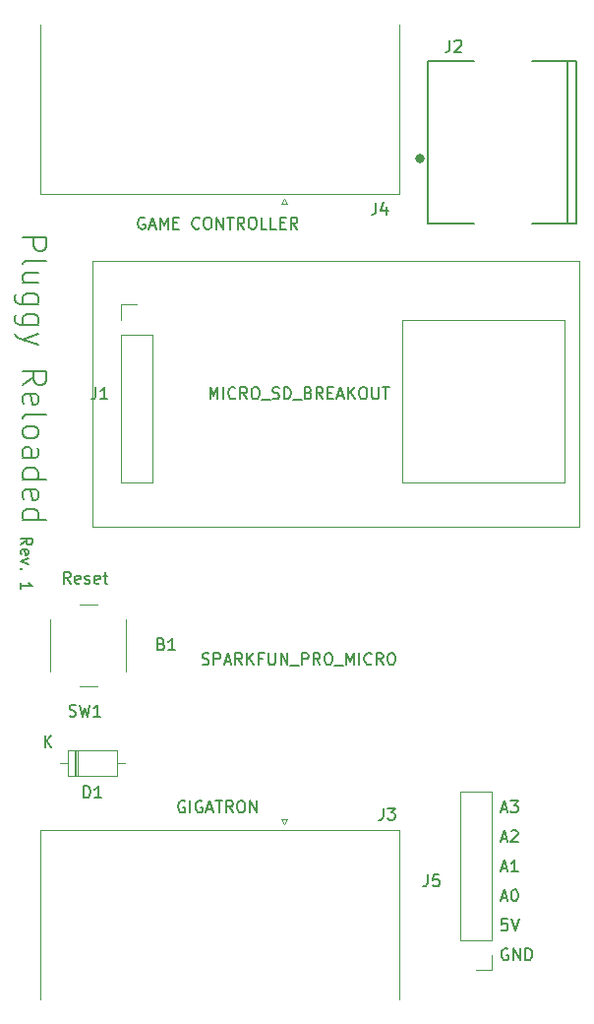
<source format=gto>
G04 #@! TF.GenerationSoftware,KiCad,Pcbnew,5.1.4*
G04 #@! TF.CreationDate,2019-11-11T19:51:53+01:00*
G04 #@! TF.ProjectId,PluggyReloaded,506c7567-6779-4526-956c-6f616465642e,rev?*
G04 #@! TF.SameCoordinates,Original*
G04 #@! TF.FileFunction,Legend,Top*
G04 #@! TF.FilePolarity,Positive*
%FSLAX46Y46*%
G04 Gerber Fmt 4.6, Leading zero omitted, Abs format (unit mm)*
G04 Created by KiCad (PCBNEW 5.1.4) date 2019-11-11 19:51:53*
%MOMM*%
%LPD*%
G04 APERTURE LIST*
%ADD10C,0.150000*%
%ADD11C,0.120000*%
%ADD12C,0.127000*%
%ADD13C,0.400000*%
G04 APERTURE END LIST*
D10*
X209202976Y-125896666D02*
X209679166Y-125896666D01*
X209107738Y-126182380D02*
X209441071Y-125182380D01*
X209774404Y-126182380D01*
X210012500Y-125182380D02*
X210631547Y-125182380D01*
X210298214Y-125563333D01*
X210441071Y-125563333D01*
X210536309Y-125610952D01*
X210583928Y-125658571D01*
X210631547Y-125753809D01*
X210631547Y-125991904D01*
X210583928Y-126087142D01*
X210536309Y-126134761D01*
X210441071Y-126182380D01*
X210155357Y-126182380D01*
X210060119Y-126134761D01*
X210012500Y-126087142D01*
X209202976Y-128436666D02*
X209679166Y-128436666D01*
X209107738Y-128722380D02*
X209441071Y-127722380D01*
X209774404Y-128722380D01*
X210060119Y-127817619D02*
X210107738Y-127770000D01*
X210202976Y-127722380D01*
X210441071Y-127722380D01*
X210536309Y-127770000D01*
X210583928Y-127817619D01*
X210631547Y-127912857D01*
X210631547Y-128008095D01*
X210583928Y-128150952D01*
X210012500Y-128722380D01*
X210631547Y-128722380D01*
X209202976Y-130976666D02*
X209679166Y-130976666D01*
X209107738Y-131262380D02*
X209441071Y-130262380D01*
X209774404Y-131262380D01*
X210631547Y-131262380D02*
X210060119Y-131262380D01*
X210345833Y-131262380D02*
X210345833Y-130262380D01*
X210250595Y-130405238D01*
X210155357Y-130500476D01*
X210060119Y-130548095D01*
X209202976Y-133516666D02*
X209679166Y-133516666D01*
X209107738Y-133802380D02*
X209441071Y-132802380D01*
X209774404Y-133802380D01*
X210298214Y-132802380D02*
X210393452Y-132802380D01*
X210488690Y-132850000D01*
X210536309Y-132897619D01*
X210583928Y-132992857D01*
X210631547Y-133183333D01*
X210631547Y-133421428D01*
X210583928Y-133611904D01*
X210536309Y-133707142D01*
X210488690Y-133754761D01*
X210393452Y-133802380D01*
X210298214Y-133802380D01*
X210202976Y-133754761D01*
X210155357Y-133707142D01*
X210107738Y-133611904D01*
X210060119Y-133421428D01*
X210060119Y-133183333D01*
X210107738Y-132992857D01*
X210155357Y-132897619D01*
X210202976Y-132850000D01*
X210298214Y-132802380D01*
X209726785Y-135342380D02*
X209250595Y-135342380D01*
X209202976Y-135818571D01*
X209250595Y-135770952D01*
X209345833Y-135723333D01*
X209583928Y-135723333D01*
X209679166Y-135770952D01*
X209726785Y-135818571D01*
X209774404Y-135913809D01*
X209774404Y-136151904D01*
X209726785Y-136247142D01*
X209679166Y-136294761D01*
X209583928Y-136342380D01*
X209345833Y-136342380D01*
X209250595Y-136294761D01*
X209202976Y-136247142D01*
X210060119Y-135342380D02*
X210393452Y-136342380D01*
X210726785Y-135342380D01*
X209774404Y-137930000D02*
X209679166Y-137882380D01*
X209536309Y-137882380D01*
X209393452Y-137930000D01*
X209298214Y-138025238D01*
X209250595Y-138120476D01*
X209202976Y-138310952D01*
X209202976Y-138453809D01*
X209250595Y-138644285D01*
X209298214Y-138739523D01*
X209393452Y-138834761D01*
X209536309Y-138882380D01*
X209631547Y-138882380D01*
X209774404Y-138834761D01*
X209822023Y-138787142D01*
X209822023Y-138453809D01*
X209631547Y-138453809D01*
X210250595Y-138882380D02*
X210250595Y-137882380D01*
X210822023Y-138882380D01*
X210822023Y-137882380D01*
X211298214Y-138882380D02*
X211298214Y-137882380D01*
X211536309Y-137882380D01*
X211679166Y-137930000D01*
X211774404Y-138025238D01*
X211822023Y-138120476D01*
X211869642Y-138310952D01*
X211869642Y-138453809D01*
X211822023Y-138644285D01*
X211774404Y-138739523D01*
X211679166Y-138834761D01*
X211536309Y-138882380D01*
X211298214Y-138882380D01*
X167822619Y-103179761D02*
X168298809Y-102846428D01*
X167822619Y-102608333D02*
X168822619Y-102608333D01*
X168822619Y-102989285D01*
X168775000Y-103084523D01*
X168727380Y-103132142D01*
X168632142Y-103179761D01*
X168489285Y-103179761D01*
X168394047Y-103132142D01*
X168346428Y-103084523D01*
X168298809Y-102989285D01*
X168298809Y-102608333D01*
X167870238Y-103989285D02*
X167822619Y-103894047D01*
X167822619Y-103703571D01*
X167870238Y-103608333D01*
X167965476Y-103560714D01*
X168346428Y-103560714D01*
X168441666Y-103608333D01*
X168489285Y-103703571D01*
X168489285Y-103894047D01*
X168441666Y-103989285D01*
X168346428Y-104036904D01*
X168251190Y-104036904D01*
X168155952Y-103560714D01*
X168489285Y-104370238D02*
X167822619Y-104608333D01*
X168489285Y-104846428D01*
X167917857Y-105227380D02*
X167870238Y-105275000D01*
X167822619Y-105227380D01*
X167870238Y-105179761D01*
X167917857Y-105227380D01*
X167822619Y-105227380D01*
X167822619Y-106989285D02*
X167822619Y-106417857D01*
X167822619Y-106703571D02*
X168822619Y-106703571D01*
X168679761Y-106608333D01*
X168584523Y-106513095D01*
X168536904Y-106417857D01*
X168005238Y-76757142D02*
X170005238Y-76757142D01*
X170005238Y-77519047D01*
X169910000Y-77709523D01*
X169814761Y-77804761D01*
X169624285Y-77900000D01*
X169338571Y-77900000D01*
X169148095Y-77804761D01*
X169052857Y-77709523D01*
X168957619Y-77519047D01*
X168957619Y-76757142D01*
X168005238Y-79042857D02*
X168100476Y-78852380D01*
X168290952Y-78757142D01*
X170005238Y-78757142D01*
X169338571Y-80661904D02*
X168005238Y-80661904D01*
X169338571Y-79804761D02*
X168290952Y-79804761D01*
X168100476Y-79900000D01*
X168005238Y-80090476D01*
X168005238Y-80376190D01*
X168100476Y-80566666D01*
X168195714Y-80661904D01*
X169338571Y-82471428D02*
X167719523Y-82471428D01*
X167529047Y-82376190D01*
X167433809Y-82280952D01*
X167338571Y-82090476D01*
X167338571Y-81804761D01*
X167433809Y-81614285D01*
X168100476Y-82471428D02*
X168005238Y-82280952D01*
X168005238Y-81900000D01*
X168100476Y-81709523D01*
X168195714Y-81614285D01*
X168386190Y-81519047D01*
X168957619Y-81519047D01*
X169148095Y-81614285D01*
X169243333Y-81709523D01*
X169338571Y-81900000D01*
X169338571Y-82280952D01*
X169243333Y-82471428D01*
X169338571Y-84280952D02*
X167719523Y-84280952D01*
X167529047Y-84185714D01*
X167433809Y-84090476D01*
X167338571Y-83900000D01*
X167338571Y-83614285D01*
X167433809Y-83423809D01*
X168100476Y-84280952D02*
X168005238Y-84090476D01*
X168005238Y-83709523D01*
X168100476Y-83519047D01*
X168195714Y-83423809D01*
X168386190Y-83328571D01*
X168957619Y-83328571D01*
X169148095Y-83423809D01*
X169243333Y-83519047D01*
X169338571Y-83709523D01*
X169338571Y-84090476D01*
X169243333Y-84280952D01*
X169338571Y-85042857D02*
X168005238Y-85519047D01*
X169338571Y-85995238D02*
X168005238Y-85519047D01*
X167529047Y-85328571D01*
X167433809Y-85233333D01*
X167338571Y-85042857D01*
X168005238Y-89423809D02*
X168957619Y-88757142D01*
X168005238Y-88280952D02*
X170005238Y-88280952D01*
X170005238Y-89042857D01*
X169910000Y-89233333D01*
X169814761Y-89328571D01*
X169624285Y-89423809D01*
X169338571Y-89423809D01*
X169148095Y-89328571D01*
X169052857Y-89233333D01*
X168957619Y-89042857D01*
X168957619Y-88280952D01*
X168100476Y-91042857D02*
X168005238Y-90852380D01*
X168005238Y-90471428D01*
X168100476Y-90280952D01*
X168290952Y-90185714D01*
X169052857Y-90185714D01*
X169243333Y-90280952D01*
X169338571Y-90471428D01*
X169338571Y-90852380D01*
X169243333Y-91042857D01*
X169052857Y-91138095D01*
X168862380Y-91138095D01*
X168671904Y-90185714D01*
X168005238Y-92280952D02*
X168100476Y-92090476D01*
X168290952Y-91995238D01*
X170005238Y-91995238D01*
X168005238Y-93328571D02*
X168100476Y-93138095D01*
X168195714Y-93042857D01*
X168386190Y-92947619D01*
X168957619Y-92947619D01*
X169148095Y-93042857D01*
X169243333Y-93138095D01*
X169338571Y-93328571D01*
X169338571Y-93614285D01*
X169243333Y-93804761D01*
X169148095Y-93900000D01*
X168957619Y-93995238D01*
X168386190Y-93995238D01*
X168195714Y-93900000D01*
X168100476Y-93804761D01*
X168005238Y-93614285D01*
X168005238Y-93328571D01*
X168005238Y-95709523D02*
X169052857Y-95709523D01*
X169243333Y-95614285D01*
X169338571Y-95423809D01*
X169338571Y-95042857D01*
X169243333Y-94852380D01*
X168100476Y-95709523D02*
X168005238Y-95519047D01*
X168005238Y-95042857D01*
X168100476Y-94852380D01*
X168290952Y-94757142D01*
X168481428Y-94757142D01*
X168671904Y-94852380D01*
X168767142Y-95042857D01*
X168767142Y-95519047D01*
X168862380Y-95709523D01*
X168005238Y-97519047D02*
X170005238Y-97519047D01*
X168100476Y-97519047D02*
X168005238Y-97328571D01*
X168005238Y-96947619D01*
X168100476Y-96757142D01*
X168195714Y-96661904D01*
X168386190Y-96566666D01*
X168957619Y-96566666D01*
X169148095Y-96661904D01*
X169243333Y-96757142D01*
X169338571Y-96947619D01*
X169338571Y-97328571D01*
X169243333Y-97519047D01*
X168100476Y-99233333D02*
X168005238Y-99042857D01*
X168005238Y-98661904D01*
X168100476Y-98471428D01*
X168290952Y-98376190D01*
X169052857Y-98376190D01*
X169243333Y-98471428D01*
X169338571Y-98661904D01*
X169338571Y-99042857D01*
X169243333Y-99233333D01*
X169052857Y-99328571D01*
X168862380Y-99328571D01*
X168671904Y-98376190D01*
X168005238Y-101042857D02*
X170005238Y-101042857D01*
X168100476Y-101042857D02*
X168005238Y-100852380D01*
X168005238Y-100471428D01*
X168100476Y-100280952D01*
X168195714Y-100185714D01*
X168386190Y-100090476D01*
X168957619Y-100090476D01*
X169148095Y-100185714D01*
X169243333Y-100280952D01*
X169338571Y-100471428D01*
X169338571Y-100852380D01*
X169243333Y-101042857D01*
X172116904Y-106497380D02*
X171783571Y-106021190D01*
X171545476Y-106497380D02*
X171545476Y-105497380D01*
X171926428Y-105497380D01*
X172021666Y-105545000D01*
X172069285Y-105592619D01*
X172116904Y-105687857D01*
X172116904Y-105830714D01*
X172069285Y-105925952D01*
X172021666Y-105973571D01*
X171926428Y-106021190D01*
X171545476Y-106021190D01*
X172926428Y-106449761D02*
X172831190Y-106497380D01*
X172640714Y-106497380D01*
X172545476Y-106449761D01*
X172497857Y-106354523D01*
X172497857Y-105973571D01*
X172545476Y-105878333D01*
X172640714Y-105830714D01*
X172831190Y-105830714D01*
X172926428Y-105878333D01*
X172974047Y-105973571D01*
X172974047Y-106068809D01*
X172497857Y-106164047D01*
X173355000Y-106449761D02*
X173450238Y-106497380D01*
X173640714Y-106497380D01*
X173735952Y-106449761D01*
X173783571Y-106354523D01*
X173783571Y-106306904D01*
X173735952Y-106211666D01*
X173640714Y-106164047D01*
X173497857Y-106164047D01*
X173402619Y-106116428D01*
X173355000Y-106021190D01*
X173355000Y-105973571D01*
X173402619Y-105878333D01*
X173497857Y-105830714D01*
X173640714Y-105830714D01*
X173735952Y-105878333D01*
X174593095Y-106449761D02*
X174497857Y-106497380D01*
X174307380Y-106497380D01*
X174212142Y-106449761D01*
X174164523Y-106354523D01*
X174164523Y-105973571D01*
X174212142Y-105878333D01*
X174307380Y-105830714D01*
X174497857Y-105830714D01*
X174593095Y-105878333D01*
X174640714Y-105973571D01*
X174640714Y-106068809D01*
X174164523Y-106164047D01*
X174926428Y-105830714D02*
X175307380Y-105830714D01*
X175069285Y-105497380D02*
X175069285Y-106354523D01*
X175116904Y-106449761D01*
X175212142Y-106497380D01*
X175307380Y-106497380D01*
D11*
X176470000Y-97850000D02*
X179130000Y-97850000D01*
X176470000Y-85090000D02*
X176470000Y-97850000D01*
X179130000Y-85090000D02*
X179130000Y-97850000D01*
X176470000Y-85090000D02*
X179130000Y-85090000D01*
X176470000Y-83820000D02*
X176470000Y-82490000D01*
X176470000Y-82490000D02*
X177800000Y-82490000D01*
X173990000Y-101600000D02*
X173990000Y-78740000D01*
X173990000Y-78740000D02*
X215900000Y-78740000D01*
X215900000Y-78740000D02*
X215900000Y-101600000D01*
X215900000Y-101600000D02*
X173990000Y-101600000D01*
X214630000Y-97790000D02*
X214630000Y-83820000D01*
X214630000Y-83820000D02*
X200660000Y-83820000D01*
X200660000Y-83820000D02*
X200660000Y-97790000D01*
X200660000Y-97790000D02*
X214630000Y-97790000D01*
X170395000Y-109585000D02*
X170395000Y-114085000D01*
X174395000Y-108335000D02*
X172895000Y-108335000D01*
X176895000Y-114085000D02*
X176895000Y-109585000D01*
X172895000Y-115335000D02*
X174395000Y-115335000D01*
X200445000Y-58440000D02*
X200445000Y-72980000D01*
X200445000Y-72980000D02*
X169475000Y-72980000D01*
X169475000Y-72980000D02*
X169475000Y-58440000D01*
X190750000Y-73874338D02*
X190250000Y-73874338D01*
X190250000Y-73874338D02*
X190500000Y-73441325D01*
X190500000Y-73441325D02*
X190750000Y-73874338D01*
X171870000Y-120800000D02*
X171870000Y-123040000D01*
X171870000Y-123040000D02*
X176110000Y-123040000D01*
X176110000Y-123040000D02*
X176110000Y-120800000D01*
X176110000Y-120800000D02*
X171870000Y-120800000D01*
X171220000Y-121920000D02*
X171870000Y-121920000D01*
X176760000Y-121920000D02*
X176110000Y-121920000D01*
X172590000Y-120800000D02*
X172590000Y-123040000D01*
X172710000Y-120800000D02*
X172710000Y-123040000D01*
X172470000Y-120800000D02*
X172470000Y-123040000D01*
X208340000Y-124400000D02*
X205680000Y-124400000D01*
X208340000Y-137160000D02*
X208340000Y-124400000D01*
X205680000Y-137160000D02*
X205680000Y-124400000D01*
X208340000Y-137160000D02*
X205680000Y-137160000D01*
X208340000Y-138430000D02*
X208340000Y-139760000D01*
X208340000Y-139760000D02*
X207010000Y-139760000D01*
D12*
X214885000Y-61580000D02*
X215695000Y-61580000D01*
X215695000Y-61580000D02*
X215695000Y-75580000D01*
X215695000Y-75580000D02*
X214885000Y-75580000D01*
X202865000Y-75580000D02*
X202865000Y-61580000D01*
X214885000Y-61580000D02*
X214885000Y-75580000D01*
X202865000Y-61580000D02*
X206885000Y-61580000D01*
X211865000Y-61580000D02*
X214885000Y-61580000D01*
X206885000Y-75580000D02*
X202865000Y-75580000D01*
X214885000Y-75580000D02*
X211865000Y-75580000D01*
D13*
X202395000Y-69950000D02*
G75*
G03X202395000Y-69950000I-200000J0D01*
G01*
D11*
X169475000Y-142220000D02*
X169475000Y-127680000D01*
X169475000Y-127680000D02*
X200445000Y-127680000D01*
X200445000Y-127680000D02*
X200445000Y-142220000D01*
X190250000Y-126785662D02*
X190750000Y-126785662D01*
X190750000Y-126785662D02*
X190500000Y-127218675D01*
X190500000Y-127218675D02*
X190250000Y-126785662D01*
D10*
X174291666Y-89622380D02*
X174291666Y-90336666D01*
X174244047Y-90479523D01*
X174148809Y-90574761D01*
X174005952Y-90622380D01*
X173910714Y-90622380D01*
X175291666Y-90622380D02*
X174720238Y-90622380D01*
X175005952Y-90622380D02*
X175005952Y-89622380D01*
X174910714Y-89765238D01*
X174815476Y-89860476D01*
X174720238Y-89908095D01*
X184127142Y-90622380D02*
X184127142Y-89622380D01*
X184460476Y-90336666D01*
X184793809Y-89622380D01*
X184793809Y-90622380D01*
X185270000Y-90622380D02*
X185270000Y-89622380D01*
X186317619Y-90527142D02*
X186270000Y-90574761D01*
X186127142Y-90622380D01*
X186031904Y-90622380D01*
X185889047Y-90574761D01*
X185793809Y-90479523D01*
X185746190Y-90384285D01*
X185698571Y-90193809D01*
X185698571Y-90050952D01*
X185746190Y-89860476D01*
X185793809Y-89765238D01*
X185889047Y-89670000D01*
X186031904Y-89622380D01*
X186127142Y-89622380D01*
X186270000Y-89670000D01*
X186317619Y-89717619D01*
X187317619Y-90622380D02*
X186984285Y-90146190D01*
X186746190Y-90622380D02*
X186746190Y-89622380D01*
X187127142Y-89622380D01*
X187222380Y-89670000D01*
X187270000Y-89717619D01*
X187317619Y-89812857D01*
X187317619Y-89955714D01*
X187270000Y-90050952D01*
X187222380Y-90098571D01*
X187127142Y-90146190D01*
X186746190Y-90146190D01*
X187936666Y-89622380D02*
X188127142Y-89622380D01*
X188222380Y-89670000D01*
X188317619Y-89765238D01*
X188365238Y-89955714D01*
X188365238Y-90289047D01*
X188317619Y-90479523D01*
X188222380Y-90574761D01*
X188127142Y-90622380D01*
X187936666Y-90622380D01*
X187841428Y-90574761D01*
X187746190Y-90479523D01*
X187698571Y-90289047D01*
X187698571Y-89955714D01*
X187746190Y-89765238D01*
X187841428Y-89670000D01*
X187936666Y-89622380D01*
X188555714Y-90717619D02*
X189317619Y-90717619D01*
X189508095Y-90574761D02*
X189650952Y-90622380D01*
X189889047Y-90622380D01*
X189984285Y-90574761D01*
X190031904Y-90527142D01*
X190079523Y-90431904D01*
X190079523Y-90336666D01*
X190031904Y-90241428D01*
X189984285Y-90193809D01*
X189889047Y-90146190D01*
X189698571Y-90098571D01*
X189603333Y-90050952D01*
X189555714Y-90003333D01*
X189508095Y-89908095D01*
X189508095Y-89812857D01*
X189555714Y-89717619D01*
X189603333Y-89670000D01*
X189698571Y-89622380D01*
X189936666Y-89622380D01*
X190079523Y-89670000D01*
X190508095Y-90622380D02*
X190508095Y-89622380D01*
X190746190Y-89622380D01*
X190889047Y-89670000D01*
X190984285Y-89765238D01*
X191031904Y-89860476D01*
X191079523Y-90050952D01*
X191079523Y-90193809D01*
X191031904Y-90384285D01*
X190984285Y-90479523D01*
X190889047Y-90574761D01*
X190746190Y-90622380D01*
X190508095Y-90622380D01*
X191270000Y-90717619D02*
X192031904Y-90717619D01*
X192603333Y-90098571D02*
X192746190Y-90146190D01*
X192793809Y-90193809D01*
X192841428Y-90289047D01*
X192841428Y-90431904D01*
X192793809Y-90527142D01*
X192746190Y-90574761D01*
X192650952Y-90622380D01*
X192270000Y-90622380D01*
X192270000Y-89622380D01*
X192603333Y-89622380D01*
X192698571Y-89670000D01*
X192746190Y-89717619D01*
X192793809Y-89812857D01*
X192793809Y-89908095D01*
X192746190Y-90003333D01*
X192698571Y-90050952D01*
X192603333Y-90098571D01*
X192270000Y-90098571D01*
X193841428Y-90622380D02*
X193508095Y-90146190D01*
X193270000Y-90622380D02*
X193270000Y-89622380D01*
X193650952Y-89622380D01*
X193746190Y-89670000D01*
X193793809Y-89717619D01*
X193841428Y-89812857D01*
X193841428Y-89955714D01*
X193793809Y-90050952D01*
X193746190Y-90098571D01*
X193650952Y-90146190D01*
X193270000Y-90146190D01*
X194270000Y-90098571D02*
X194603333Y-90098571D01*
X194746190Y-90622380D02*
X194270000Y-90622380D01*
X194270000Y-89622380D01*
X194746190Y-89622380D01*
X195127142Y-90336666D02*
X195603333Y-90336666D01*
X195031904Y-90622380D02*
X195365238Y-89622380D01*
X195698571Y-90622380D01*
X196031904Y-90622380D02*
X196031904Y-89622380D01*
X196603333Y-90622380D02*
X196174761Y-90050952D01*
X196603333Y-89622380D02*
X196031904Y-90193809D01*
X197222380Y-89622380D02*
X197412857Y-89622380D01*
X197508095Y-89670000D01*
X197603333Y-89765238D01*
X197650952Y-89955714D01*
X197650952Y-90289047D01*
X197603333Y-90479523D01*
X197508095Y-90574761D01*
X197412857Y-90622380D01*
X197222380Y-90622380D01*
X197127142Y-90574761D01*
X197031904Y-90479523D01*
X196984285Y-90289047D01*
X196984285Y-89955714D01*
X197031904Y-89765238D01*
X197127142Y-89670000D01*
X197222380Y-89622380D01*
X198079523Y-89622380D02*
X198079523Y-90431904D01*
X198127142Y-90527142D01*
X198174761Y-90574761D01*
X198270000Y-90622380D01*
X198460476Y-90622380D01*
X198555714Y-90574761D01*
X198603333Y-90527142D01*
X198650952Y-90431904D01*
X198650952Y-89622380D01*
X198984285Y-89622380D02*
X199555714Y-89622380D01*
X199270000Y-90622380D02*
X199270000Y-89622380D01*
X172021666Y-117879761D02*
X172164523Y-117927380D01*
X172402619Y-117927380D01*
X172497857Y-117879761D01*
X172545476Y-117832142D01*
X172593095Y-117736904D01*
X172593095Y-117641666D01*
X172545476Y-117546428D01*
X172497857Y-117498809D01*
X172402619Y-117451190D01*
X172212142Y-117403571D01*
X172116904Y-117355952D01*
X172069285Y-117308333D01*
X172021666Y-117213095D01*
X172021666Y-117117857D01*
X172069285Y-117022619D01*
X172116904Y-116975000D01*
X172212142Y-116927380D01*
X172450238Y-116927380D01*
X172593095Y-116975000D01*
X172926428Y-116927380D02*
X173164523Y-117927380D01*
X173355000Y-117213095D01*
X173545476Y-117927380D01*
X173783571Y-116927380D01*
X174688333Y-117927380D02*
X174116904Y-117927380D01*
X174402619Y-117927380D02*
X174402619Y-116927380D01*
X174307380Y-117070238D01*
X174212142Y-117165476D01*
X174116904Y-117213095D01*
X198421666Y-73747380D02*
X198421666Y-74461666D01*
X198374047Y-74604523D01*
X198278809Y-74699761D01*
X198135952Y-74747380D01*
X198040714Y-74747380D01*
X199326428Y-74080714D02*
X199326428Y-74747380D01*
X199088333Y-73699761D02*
X198850238Y-74414047D01*
X199469285Y-74414047D01*
X178499285Y-75065000D02*
X178404047Y-75017380D01*
X178261190Y-75017380D01*
X178118333Y-75065000D01*
X178023095Y-75160238D01*
X177975476Y-75255476D01*
X177927857Y-75445952D01*
X177927857Y-75588809D01*
X177975476Y-75779285D01*
X178023095Y-75874523D01*
X178118333Y-75969761D01*
X178261190Y-76017380D01*
X178356428Y-76017380D01*
X178499285Y-75969761D01*
X178546904Y-75922142D01*
X178546904Y-75588809D01*
X178356428Y-75588809D01*
X178927857Y-75731666D02*
X179404047Y-75731666D01*
X178832619Y-76017380D02*
X179165952Y-75017380D01*
X179499285Y-76017380D01*
X179832619Y-76017380D02*
X179832619Y-75017380D01*
X180165952Y-75731666D01*
X180499285Y-75017380D01*
X180499285Y-76017380D01*
X180975476Y-75493571D02*
X181308809Y-75493571D01*
X181451666Y-76017380D02*
X180975476Y-76017380D01*
X180975476Y-75017380D01*
X181451666Y-75017380D01*
X183213571Y-75922142D02*
X183165952Y-75969761D01*
X183023095Y-76017380D01*
X182927857Y-76017380D01*
X182785000Y-75969761D01*
X182689761Y-75874523D01*
X182642142Y-75779285D01*
X182594523Y-75588809D01*
X182594523Y-75445952D01*
X182642142Y-75255476D01*
X182689761Y-75160238D01*
X182785000Y-75065000D01*
X182927857Y-75017380D01*
X183023095Y-75017380D01*
X183165952Y-75065000D01*
X183213571Y-75112619D01*
X183832619Y-75017380D02*
X184023095Y-75017380D01*
X184118333Y-75065000D01*
X184213571Y-75160238D01*
X184261190Y-75350714D01*
X184261190Y-75684047D01*
X184213571Y-75874523D01*
X184118333Y-75969761D01*
X184023095Y-76017380D01*
X183832619Y-76017380D01*
X183737380Y-75969761D01*
X183642142Y-75874523D01*
X183594523Y-75684047D01*
X183594523Y-75350714D01*
X183642142Y-75160238D01*
X183737380Y-75065000D01*
X183832619Y-75017380D01*
X184689761Y-76017380D02*
X184689761Y-75017380D01*
X185261190Y-76017380D01*
X185261190Y-75017380D01*
X185594523Y-75017380D02*
X186165952Y-75017380D01*
X185880238Y-76017380D02*
X185880238Y-75017380D01*
X187070714Y-76017380D02*
X186737380Y-75541190D01*
X186499285Y-76017380D02*
X186499285Y-75017380D01*
X186880238Y-75017380D01*
X186975476Y-75065000D01*
X187023095Y-75112619D01*
X187070714Y-75207857D01*
X187070714Y-75350714D01*
X187023095Y-75445952D01*
X186975476Y-75493571D01*
X186880238Y-75541190D01*
X186499285Y-75541190D01*
X187689761Y-75017380D02*
X187880238Y-75017380D01*
X187975476Y-75065000D01*
X188070714Y-75160238D01*
X188118333Y-75350714D01*
X188118333Y-75684047D01*
X188070714Y-75874523D01*
X187975476Y-75969761D01*
X187880238Y-76017380D01*
X187689761Y-76017380D01*
X187594523Y-75969761D01*
X187499285Y-75874523D01*
X187451666Y-75684047D01*
X187451666Y-75350714D01*
X187499285Y-75160238D01*
X187594523Y-75065000D01*
X187689761Y-75017380D01*
X189023095Y-76017380D02*
X188546904Y-76017380D01*
X188546904Y-75017380D01*
X189832619Y-76017380D02*
X189356428Y-76017380D01*
X189356428Y-75017380D01*
X190165952Y-75493571D02*
X190499285Y-75493571D01*
X190642142Y-76017380D02*
X190165952Y-76017380D01*
X190165952Y-75017380D01*
X190642142Y-75017380D01*
X191642142Y-76017380D02*
X191308809Y-75541190D01*
X191070714Y-76017380D02*
X191070714Y-75017380D01*
X191451666Y-75017380D01*
X191546904Y-75065000D01*
X191594523Y-75112619D01*
X191642142Y-75207857D01*
X191642142Y-75350714D01*
X191594523Y-75445952D01*
X191546904Y-75493571D01*
X191451666Y-75541190D01*
X191070714Y-75541190D01*
D12*
X179935238Y-111688571D02*
X180078095Y-111736190D01*
X180125714Y-111783809D01*
X180173333Y-111879047D01*
X180173333Y-112021904D01*
X180125714Y-112117142D01*
X180078095Y-112164761D01*
X179982857Y-112212380D01*
X179601904Y-112212380D01*
X179601904Y-111212380D01*
X179935238Y-111212380D01*
X180030476Y-111260000D01*
X180078095Y-111307619D01*
X180125714Y-111402857D01*
X180125714Y-111498095D01*
X180078095Y-111593333D01*
X180030476Y-111640952D01*
X179935238Y-111688571D01*
X179601904Y-111688571D01*
X181125714Y-112212380D02*
X180554285Y-112212380D01*
X180840000Y-112212380D02*
X180840000Y-111212380D01*
X180744761Y-111355238D01*
X180649523Y-111450476D01*
X180554285Y-111498095D01*
X183460476Y-113434761D02*
X183603333Y-113482380D01*
X183841428Y-113482380D01*
X183936666Y-113434761D01*
X183984285Y-113387142D01*
X184031904Y-113291904D01*
X184031904Y-113196666D01*
X183984285Y-113101428D01*
X183936666Y-113053809D01*
X183841428Y-113006190D01*
X183650952Y-112958571D01*
X183555714Y-112910952D01*
X183508095Y-112863333D01*
X183460476Y-112768095D01*
X183460476Y-112672857D01*
X183508095Y-112577619D01*
X183555714Y-112530000D01*
X183650952Y-112482380D01*
X183889047Y-112482380D01*
X184031904Y-112530000D01*
X184460476Y-113482380D02*
X184460476Y-112482380D01*
X184841428Y-112482380D01*
X184936666Y-112530000D01*
X184984285Y-112577619D01*
X185031904Y-112672857D01*
X185031904Y-112815714D01*
X184984285Y-112910952D01*
X184936666Y-112958571D01*
X184841428Y-113006190D01*
X184460476Y-113006190D01*
X185412857Y-113196666D02*
X185889047Y-113196666D01*
X185317619Y-113482380D02*
X185650952Y-112482380D01*
X185984285Y-113482380D01*
X186889047Y-113482380D02*
X186555714Y-113006190D01*
X186317619Y-113482380D02*
X186317619Y-112482380D01*
X186698571Y-112482380D01*
X186793809Y-112530000D01*
X186841428Y-112577619D01*
X186889047Y-112672857D01*
X186889047Y-112815714D01*
X186841428Y-112910952D01*
X186793809Y-112958571D01*
X186698571Y-113006190D01*
X186317619Y-113006190D01*
X187317619Y-113482380D02*
X187317619Y-112482380D01*
X187889047Y-113482380D02*
X187460476Y-112910952D01*
X187889047Y-112482380D02*
X187317619Y-113053809D01*
X188650952Y-112958571D02*
X188317619Y-112958571D01*
X188317619Y-113482380D02*
X188317619Y-112482380D01*
X188793809Y-112482380D01*
X189174761Y-112482380D02*
X189174761Y-113291904D01*
X189222380Y-113387142D01*
X189270000Y-113434761D01*
X189365238Y-113482380D01*
X189555714Y-113482380D01*
X189650952Y-113434761D01*
X189698571Y-113387142D01*
X189746190Y-113291904D01*
X189746190Y-112482380D01*
X190222380Y-113482380D02*
X190222380Y-112482380D01*
X190793809Y-113482380D01*
X190793809Y-112482380D01*
X191031904Y-113577619D02*
X191793809Y-113577619D01*
X192031904Y-113482380D02*
X192031904Y-112482380D01*
X192412857Y-112482380D01*
X192508095Y-112530000D01*
X192555714Y-112577619D01*
X192603333Y-112672857D01*
X192603333Y-112815714D01*
X192555714Y-112910952D01*
X192508095Y-112958571D01*
X192412857Y-113006190D01*
X192031904Y-113006190D01*
X193603333Y-113482380D02*
X193270000Y-113006190D01*
X193031904Y-113482380D02*
X193031904Y-112482380D01*
X193412857Y-112482380D01*
X193508095Y-112530000D01*
X193555714Y-112577619D01*
X193603333Y-112672857D01*
X193603333Y-112815714D01*
X193555714Y-112910952D01*
X193508095Y-112958571D01*
X193412857Y-113006190D01*
X193031904Y-113006190D01*
X194222380Y-112482380D02*
X194412857Y-112482380D01*
X194508095Y-112530000D01*
X194603333Y-112625238D01*
X194650952Y-112815714D01*
X194650952Y-113149047D01*
X194603333Y-113339523D01*
X194508095Y-113434761D01*
X194412857Y-113482380D01*
X194222380Y-113482380D01*
X194127142Y-113434761D01*
X194031904Y-113339523D01*
X193984285Y-113149047D01*
X193984285Y-112815714D01*
X194031904Y-112625238D01*
X194127142Y-112530000D01*
X194222380Y-112482380D01*
X194841428Y-113577619D02*
X195603333Y-113577619D01*
X195841428Y-113482380D02*
X195841428Y-112482380D01*
X196174761Y-113196666D01*
X196508095Y-112482380D01*
X196508095Y-113482380D01*
X196984285Y-113482380D02*
X196984285Y-112482380D01*
X198031904Y-113387142D02*
X197984285Y-113434761D01*
X197841428Y-113482380D01*
X197746190Y-113482380D01*
X197603333Y-113434761D01*
X197508095Y-113339523D01*
X197460476Y-113244285D01*
X197412857Y-113053809D01*
X197412857Y-112910952D01*
X197460476Y-112720476D01*
X197508095Y-112625238D01*
X197603333Y-112530000D01*
X197746190Y-112482380D01*
X197841428Y-112482380D01*
X197984285Y-112530000D01*
X198031904Y-112577619D01*
X199031904Y-113482380D02*
X198698571Y-113006190D01*
X198460476Y-113482380D02*
X198460476Y-112482380D01*
X198841428Y-112482380D01*
X198936666Y-112530000D01*
X198984285Y-112577619D01*
X199031904Y-112672857D01*
X199031904Y-112815714D01*
X198984285Y-112910952D01*
X198936666Y-112958571D01*
X198841428Y-113006190D01*
X198460476Y-113006190D01*
X199650952Y-112482380D02*
X199841428Y-112482380D01*
X199936666Y-112530000D01*
X200031904Y-112625238D01*
X200079523Y-112815714D01*
X200079523Y-113149047D01*
X200031904Y-113339523D01*
X199936666Y-113434761D01*
X199841428Y-113482380D01*
X199650952Y-113482380D01*
X199555714Y-113434761D01*
X199460476Y-113339523D01*
X199412857Y-113149047D01*
X199412857Y-112815714D01*
X199460476Y-112625238D01*
X199555714Y-112530000D01*
X199650952Y-112482380D01*
D10*
X173251904Y-124912380D02*
X173251904Y-123912380D01*
X173490000Y-123912380D01*
X173632857Y-123960000D01*
X173728095Y-124055238D01*
X173775714Y-124150476D01*
X173823333Y-124340952D01*
X173823333Y-124483809D01*
X173775714Y-124674285D01*
X173728095Y-124769523D01*
X173632857Y-124864761D01*
X173490000Y-124912380D01*
X173251904Y-124912380D01*
X174775714Y-124912380D02*
X174204285Y-124912380D01*
X174490000Y-124912380D02*
X174490000Y-123912380D01*
X174394761Y-124055238D01*
X174299523Y-124150476D01*
X174204285Y-124198095D01*
X169918095Y-120572380D02*
X169918095Y-119572380D01*
X170489523Y-120572380D02*
X170060952Y-120000952D01*
X170489523Y-119572380D02*
X169918095Y-120143809D01*
X202866666Y-131532380D02*
X202866666Y-132246666D01*
X202819047Y-132389523D01*
X202723809Y-132484761D01*
X202580952Y-132532380D01*
X202485714Y-132532380D01*
X203819047Y-131532380D02*
X203342857Y-131532380D01*
X203295238Y-132008571D01*
X203342857Y-131960952D01*
X203438095Y-131913333D01*
X203676190Y-131913333D01*
X203771428Y-131960952D01*
X203819047Y-132008571D01*
X203866666Y-132103809D01*
X203866666Y-132341904D01*
X203819047Y-132437142D01*
X203771428Y-132484761D01*
X203676190Y-132532380D01*
X203438095Y-132532380D01*
X203342857Y-132484761D01*
X203295238Y-132437142D01*
D12*
X204771290Y-59776762D02*
X204771290Y-60491855D01*
X204723617Y-60634873D01*
X204628271Y-60730219D01*
X204485252Y-60777892D01*
X204389907Y-60777892D01*
X205200345Y-59872107D02*
X205248018Y-59824435D01*
X205343364Y-59776762D01*
X205581728Y-59776762D01*
X205677074Y-59824435D01*
X205724747Y-59872107D01*
X205772420Y-59967453D01*
X205772420Y-60062799D01*
X205724747Y-60205817D01*
X205152672Y-60777892D01*
X205772420Y-60777892D01*
D10*
X199056666Y-125817380D02*
X199056666Y-126531666D01*
X199009047Y-126674523D01*
X198913809Y-126769761D01*
X198770952Y-126817380D01*
X198675714Y-126817380D01*
X199437619Y-125817380D02*
X200056666Y-125817380D01*
X199723333Y-126198333D01*
X199866190Y-126198333D01*
X199961428Y-126245952D01*
X200009047Y-126293571D01*
X200056666Y-126388809D01*
X200056666Y-126626904D01*
X200009047Y-126722142D01*
X199961428Y-126769761D01*
X199866190Y-126817380D01*
X199580476Y-126817380D01*
X199485238Y-126769761D01*
X199437619Y-126722142D01*
X181951666Y-125230000D02*
X181856428Y-125182380D01*
X181713571Y-125182380D01*
X181570714Y-125230000D01*
X181475476Y-125325238D01*
X181427857Y-125420476D01*
X181380238Y-125610952D01*
X181380238Y-125753809D01*
X181427857Y-125944285D01*
X181475476Y-126039523D01*
X181570714Y-126134761D01*
X181713571Y-126182380D01*
X181808809Y-126182380D01*
X181951666Y-126134761D01*
X181999285Y-126087142D01*
X181999285Y-125753809D01*
X181808809Y-125753809D01*
X182427857Y-126182380D02*
X182427857Y-125182380D01*
X183427857Y-125230000D02*
X183332619Y-125182380D01*
X183189761Y-125182380D01*
X183046904Y-125230000D01*
X182951666Y-125325238D01*
X182904047Y-125420476D01*
X182856428Y-125610952D01*
X182856428Y-125753809D01*
X182904047Y-125944285D01*
X182951666Y-126039523D01*
X183046904Y-126134761D01*
X183189761Y-126182380D01*
X183285000Y-126182380D01*
X183427857Y-126134761D01*
X183475476Y-126087142D01*
X183475476Y-125753809D01*
X183285000Y-125753809D01*
X183856428Y-125896666D02*
X184332619Y-125896666D01*
X183761190Y-126182380D02*
X184094523Y-125182380D01*
X184427857Y-126182380D01*
X184618333Y-125182380D02*
X185189761Y-125182380D01*
X184904047Y-126182380D02*
X184904047Y-125182380D01*
X186094523Y-126182380D02*
X185761190Y-125706190D01*
X185523095Y-126182380D02*
X185523095Y-125182380D01*
X185904047Y-125182380D01*
X185999285Y-125230000D01*
X186046904Y-125277619D01*
X186094523Y-125372857D01*
X186094523Y-125515714D01*
X186046904Y-125610952D01*
X185999285Y-125658571D01*
X185904047Y-125706190D01*
X185523095Y-125706190D01*
X186713571Y-125182380D02*
X186904047Y-125182380D01*
X186999285Y-125230000D01*
X187094523Y-125325238D01*
X187142142Y-125515714D01*
X187142142Y-125849047D01*
X187094523Y-126039523D01*
X186999285Y-126134761D01*
X186904047Y-126182380D01*
X186713571Y-126182380D01*
X186618333Y-126134761D01*
X186523095Y-126039523D01*
X186475476Y-125849047D01*
X186475476Y-125515714D01*
X186523095Y-125325238D01*
X186618333Y-125230000D01*
X186713571Y-125182380D01*
X187570714Y-126182380D02*
X187570714Y-125182380D01*
X188142142Y-126182380D01*
X188142142Y-125182380D01*
M02*

</source>
